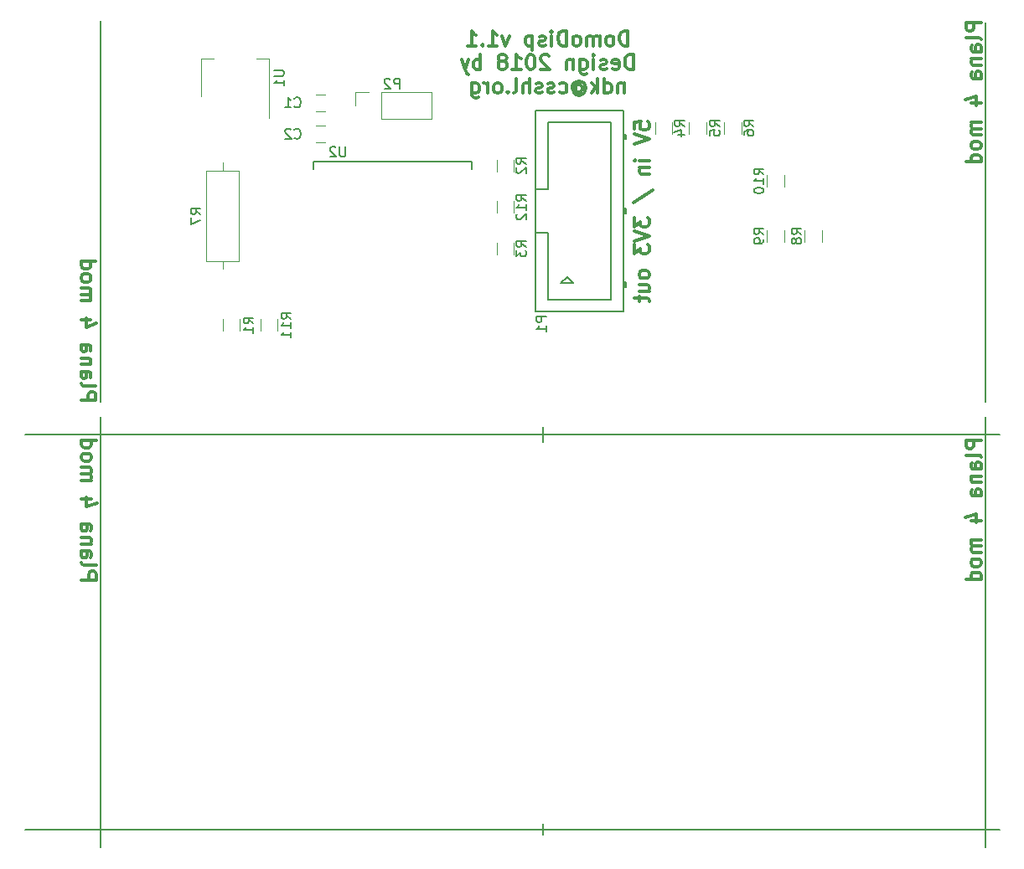
<source format=gbo>
G04 #@! TF.FileFunction,Legend,Bot*
%FSLAX46Y46*%
G04 Gerber Fmt 4.6, Leading zero omitted, Abs format (unit mm)*
G04 Created by KiCad (PCBNEW 4.0.2+dfsg1-stable) date lun 08 gen 2018 09:22:36 CET*
%MOMM*%
G01*
G04 APERTURE LIST*
%ADD10C,0.100000*%
%ADD11C,0.300000*%
%ADD12C,0.150000*%
%ADD13C,0.152400*%
%ADD14C,0.120000*%
G04 APERTURE END LIST*
D10*
D11*
X79433029Y-108076914D02*
X80933029Y-108076914D01*
X80933029Y-107505486D01*
X80861600Y-107362628D01*
X80790171Y-107291200D01*
X80647314Y-107219771D01*
X80433029Y-107219771D01*
X80290171Y-107291200D01*
X80218743Y-107362628D01*
X80147314Y-107505486D01*
X80147314Y-108076914D01*
X79433029Y-106362628D02*
X79504457Y-106505486D01*
X79647314Y-106576914D01*
X80933029Y-106576914D01*
X79433029Y-105148343D02*
X80218743Y-105148343D01*
X80361600Y-105219772D01*
X80433029Y-105362629D01*
X80433029Y-105648343D01*
X80361600Y-105791200D01*
X79504457Y-105148343D02*
X79433029Y-105291200D01*
X79433029Y-105648343D01*
X79504457Y-105791200D01*
X79647314Y-105862629D01*
X79790171Y-105862629D01*
X79933029Y-105791200D01*
X80004457Y-105648343D01*
X80004457Y-105291200D01*
X80075886Y-105148343D01*
X80433029Y-104434057D02*
X79433029Y-104434057D01*
X80290171Y-104434057D02*
X80361600Y-104362629D01*
X80433029Y-104219771D01*
X80433029Y-104005486D01*
X80361600Y-103862629D01*
X80218743Y-103791200D01*
X79433029Y-103791200D01*
X79433029Y-102434057D02*
X80218743Y-102434057D01*
X80361600Y-102505486D01*
X80433029Y-102648343D01*
X80433029Y-102934057D01*
X80361600Y-103076914D01*
X79504457Y-102434057D02*
X79433029Y-102576914D01*
X79433029Y-102934057D01*
X79504457Y-103076914D01*
X79647314Y-103148343D01*
X79790171Y-103148343D01*
X79933029Y-103076914D01*
X80004457Y-102934057D01*
X80004457Y-102576914D01*
X80075886Y-102434057D01*
X80433029Y-99934057D02*
X79433029Y-99934057D01*
X81004457Y-100291200D02*
X79933029Y-100648343D01*
X79933029Y-99719771D01*
X79433029Y-98005486D02*
X80433029Y-98005486D01*
X80290171Y-98005486D02*
X80361600Y-97934058D01*
X80433029Y-97791200D01*
X80433029Y-97576915D01*
X80361600Y-97434058D01*
X80218743Y-97362629D01*
X79433029Y-97362629D01*
X80218743Y-97362629D02*
X80361600Y-97291200D01*
X80433029Y-97148343D01*
X80433029Y-96934058D01*
X80361600Y-96791200D01*
X80218743Y-96719772D01*
X79433029Y-96719772D01*
X79433029Y-95791200D02*
X79504457Y-95934058D01*
X79575886Y-96005486D01*
X79718743Y-96076915D01*
X80147314Y-96076915D01*
X80290171Y-96005486D01*
X80361600Y-95934058D01*
X80433029Y-95791200D01*
X80433029Y-95576915D01*
X80361600Y-95434058D01*
X80290171Y-95362629D01*
X80147314Y-95291200D01*
X79718743Y-95291200D01*
X79575886Y-95362629D01*
X79504457Y-95434058D01*
X79433029Y-95576915D01*
X79433029Y-95791200D01*
X79433029Y-94005486D02*
X80933029Y-94005486D01*
X79504457Y-94005486D02*
X79433029Y-94148343D01*
X79433029Y-94434057D01*
X79504457Y-94576915D01*
X79575886Y-94648343D01*
X79718743Y-94719772D01*
X80147314Y-94719772D01*
X80290171Y-94648343D01*
X80361600Y-94576915D01*
X80433029Y-94434057D01*
X80433029Y-94148343D01*
X80361600Y-94005486D01*
X170350571Y-69875486D02*
X168850571Y-69875486D01*
X168850571Y-70446914D01*
X168922000Y-70589772D01*
X168993429Y-70661200D01*
X169136286Y-70732629D01*
X169350571Y-70732629D01*
X169493429Y-70661200D01*
X169564857Y-70589772D01*
X169636286Y-70446914D01*
X169636286Y-69875486D01*
X170350571Y-71589772D02*
X170279143Y-71446914D01*
X170136286Y-71375486D01*
X168850571Y-71375486D01*
X170350571Y-72804057D02*
X169564857Y-72804057D01*
X169422000Y-72732628D01*
X169350571Y-72589771D01*
X169350571Y-72304057D01*
X169422000Y-72161200D01*
X170279143Y-72804057D02*
X170350571Y-72661200D01*
X170350571Y-72304057D01*
X170279143Y-72161200D01*
X170136286Y-72089771D01*
X169993429Y-72089771D01*
X169850571Y-72161200D01*
X169779143Y-72304057D01*
X169779143Y-72661200D01*
X169707714Y-72804057D01*
X169350571Y-73518343D02*
X170350571Y-73518343D01*
X169493429Y-73518343D02*
X169422000Y-73589771D01*
X169350571Y-73732629D01*
X169350571Y-73946914D01*
X169422000Y-74089771D01*
X169564857Y-74161200D01*
X170350571Y-74161200D01*
X170350571Y-75518343D02*
X169564857Y-75518343D01*
X169422000Y-75446914D01*
X169350571Y-75304057D01*
X169350571Y-75018343D01*
X169422000Y-74875486D01*
X170279143Y-75518343D02*
X170350571Y-75375486D01*
X170350571Y-75018343D01*
X170279143Y-74875486D01*
X170136286Y-74804057D01*
X169993429Y-74804057D01*
X169850571Y-74875486D01*
X169779143Y-75018343D01*
X169779143Y-75375486D01*
X169707714Y-75518343D01*
X169350571Y-78018343D02*
X170350571Y-78018343D01*
X168779143Y-77661200D02*
X169850571Y-77304057D01*
X169850571Y-78232629D01*
X170350571Y-79946914D02*
X169350571Y-79946914D01*
X169493429Y-79946914D02*
X169422000Y-80018342D01*
X169350571Y-80161200D01*
X169350571Y-80375485D01*
X169422000Y-80518342D01*
X169564857Y-80589771D01*
X170350571Y-80589771D01*
X169564857Y-80589771D02*
X169422000Y-80661200D01*
X169350571Y-80804057D01*
X169350571Y-81018342D01*
X169422000Y-81161200D01*
X169564857Y-81232628D01*
X170350571Y-81232628D01*
X170350571Y-82161200D02*
X170279143Y-82018342D01*
X170207714Y-81946914D01*
X170064857Y-81875485D01*
X169636286Y-81875485D01*
X169493429Y-81946914D01*
X169422000Y-82018342D01*
X169350571Y-82161200D01*
X169350571Y-82375485D01*
X169422000Y-82518342D01*
X169493429Y-82589771D01*
X169636286Y-82661200D01*
X170064857Y-82661200D01*
X170207714Y-82589771D01*
X170279143Y-82518342D01*
X170350571Y-82375485D01*
X170350571Y-82161200D01*
X170350571Y-83946914D02*
X168850571Y-83946914D01*
X170279143Y-83946914D02*
X170350571Y-83804057D01*
X170350571Y-83518343D01*
X170279143Y-83375485D01*
X170207714Y-83304057D01*
X170064857Y-83232628D01*
X169636286Y-83232628D01*
X169493429Y-83304057D01*
X169422000Y-83375485D01*
X169350571Y-83518343D01*
X169350571Y-83804057D01*
X169422000Y-83946914D01*
D12*
X73787000Y-151511000D02*
X172212000Y-151511000D01*
X172212000Y-111506000D02*
X73787000Y-111506000D01*
X170815000Y-108204000D02*
X170815000Y-69850000D01*
X81407000Y-108204000D02*
X81407000Y-69723000D01*
D11*
X79483829Y-126212514D02*
X80983829Y-126212514D01*
X80983829Y-125641086D01*
X80912400Y-125498228D01*
X80840971Y-125426800D01*
X80698114Y-125355371D01*
X80483829Y-125355371D01*
X80340971Y-125426800D01*
X80269543Y-125498228D01*
X80198114Y-125641086D01*
X80198114Y-126212514D01*
X79483829Y-124498228D02*
X79555257Y-124641086D01*
X79698114Y-124712514D01*
X80983829Y-124712514D01*
X79483829Y-123283943D02*
X80269543Y-123283943D01*
X80412400Y-123355372D01*
X80483829Y-123498229D01*
X80483829Y-123783943D01*
X80412400Y-123926800D01*
X79555257Y-123283943D02*
X79483829Y-123426800D01*
X79483829Y-123783943D01*
X79555257Y-123926800D01*
X79698114Y-123998229D01*
X79840971Y-123998229D01*
X79983829Y-123926800D01*
X80055257Y-123783943D01*
X80055257Y-123426800D01*
X80126686Y-123283943D01*
X80483829Y-122569657D02*
X79483829Y-122569657D01*
X80340971Y-122569657D02*
X80412400Y-122498229D01*
X80483829Y-122355371D01*
X80483829Y-122141086D01*
X80412400Y-121998229D01*
X80269543Y-121926800D01*
X79483829Y-121926800D01*
X79483829Y-120569657D02*
X80269543Y-120569657D01*
X80412400Y-120641086D01*
X80483829Y-120783943D01*
X80483829Y-121069657D01*
X80412400Y-121212514D01*
X79555257Y-120569657D02*
X79483829Y-120712514D01*
X79483829Y-121069657D01*
X79555257Y-121212514D01*
X79698114Y-121283943D01*
X79840971Y-121283943D01*
X79983829Y-121212514D01*
X80055257Y-121069657D01*
X80055257Y-120712514D01*
X80126686Y-120569657D01*
X80483829Y-118069657D02*
X79483829Y-118069657D01*
X81055257Y-118426800D02*
X79983829Y-118783943D01*
X79983829Y-117855371D01*
X79483829Y-116141086D02*
X80483829Y-116141086D01*
X80340971Y-116141086D02*
X80412400Y-116069658D01*
X80483829Y-115926800D01*
X80483829Y-115712515D01*
X80412400Y-115569658D01*
X80269543Y-115498229D01*
X79483829Y-115498229D01*
X80269543Y-115498229D02*
X80412400Y-115426800D01*
X80483829Y-115283943D01*
X80483829Y-115069658D01*
X80412400Y-114926800D01*
X80269543Y-114855372D01*
X79483829Y-114855372D01*
X79483829Y-113926800D02*
X79555257Y-114069658D01*
X79626686Y-114141086D01*
X79769543Y-114212515D01*
X80198114Y-114212515D01*
X80340971Y-114141086D01*
X80412400Y-114069658D01*
X80483829Y-113926800D01*
X80483829Y-113712515D01*
X80412400Y-113569658D01*
X80340971Y-113498229D01*
X80198114Y-113426800D01*
X79769543Y-113426800D01*
X79626686Y-113498229D01*
X79555257Y-113569658D01*
X79483829Y-113712515D01*
X79483829Y-113926800D01*
X79483829Y-112141086D02*
X80983829Y-112141086D01*
X79555257Y-112141086D02*
X79483829Y-112283943D01*
X79483829Y-112569657D01*
X79555257Y-112712515D01*
X79626686Y-112783943D01*
X79769543Y-112855372D01*
X80198114Y-112855372D01*
X80340971Y-112783943D01*
X80412400Y-112712515D01*
X80483829Y-112569657D01*
X80483829Y-112283943D01*
X80412400Y-112141086D01*
X170350571Y-112090286D02*
X168850571Y-112090286D01*
X168850571Y-112661714D01*
X168922000Y-112804572D01*
X168993429Y-112876000D01*
X169136286Y-112947429D01*
X169350571Y-112947429D01*
X169493429Y-112876000D01*
X169564857Y-112804572D01*
X169636286Y-112661714D01*
X169636286Y-112090286D01*
X170350571Y-113804572D02*
X170279143Y-113661714D01*
X170136286Y-113590286D01*
X168850571Y-113590286D01*
X170350571Y-115018857D02*
X169564857Y-115018857D01*
X169422000Y-114947428D01*
X169350571Y-114804571D01*
X169350571Y-114518857D01*
X169422000Y-114376000D01*
X170279143Y-115018857D02*
X170350571Y-114876000D01*
X170350571Y-114518857D01*
X170279143Y-114376000D01*
X170136286Y-114304571D01*
X169993429Y-114304571D01*
X169850571Y-114376000D01*
X169779143Y-114518857D01*
X169779143Y-114876000D01*
X169707714Y-115018857D01*
X169350571Y-115733143D02*
X170350571Y-115733143D01*
X169493429Y-115733143D02*
X169422000Y-115804571D01*
X169350571Y-115947429D01*
X169350571Y-116161714D01*
X169422000Y-116304571D01*
X169564857Y-116376000D01*
X170350571Y-116376000D01*
X170350571Y-117733143D02*
X169564857Y-117733143D01*
X169422000Y-117661714D01*
X169350571Y-117518857D01*
X169350571Y-117233143D01*
X169422000Y-117090286D01*
X170279143Y-117733143D02*
X170350571Y-117590286D01*
X170350571Y-117233143D01*
X170279143Y-117090286D01*
X170136286Y-117018857D01*
X169993429Y-117018857D01*
X169850571Y-117090286D01*
X169779143Y-117233143D01*
X169779143Y-117590286D01*
X169707714Y-117733143D01*
X169350571Y-120233143D02*
X170350571Y-120233143D01*
X168779143Y-119876000D02*
X169850571Y-119518857D01*
X169850571Y-120447429D01*
X170350571Y-122161714D02*
X169350571Y-122161714D01*
X169493429Y-122161714D02*
X169422000Y-122233142D01*
X169350571Y-122376000D01*
X169350571Y-122590285D01*
X169422000Y-122733142D01*
X169564857Y-122804571D01*
X170350571Y-122804571D01*
X169564857Y-122804571D02*
X169422000Y-122876000D01*
X169350571Y-123018857D01*
X169350571Y-123233142D01*
X169422000Y-123376000D01*
X169564857Y-123447428D01*
X170350571Y-123447428D01*
X170350571Y-124376000D02*
X170279143Y-124233142D01*
X170207714Y-124161714D01*
X170064857Y-124090285D01*
X169636286Y-124090285D01*
X169493429Y-124161714D01*
X169422000Y-124233142D01*
X169350571Y-124376000D01*
X169350571Y-124590285D01*
X169422000Y-124733142D01*
X169493429Y-124804571D01*
X169636286Y-124876000D01*
X170064857Y-124876000D01*
X170207714Y-124804571D01*
X170279143Y-124733142D01*
X170350571Y-124590285D01*
X170350571Y-124376000D01*
X170350571Y-126161714D02*
X168850571Y-126161714D01*
X170279143Y-126161714D02*
X170350571Y-126018857D01*
X170350571Y-125733143D01*
X170279143Y-125590285D01*
X170207714Y-125518857D01*
X170064857Y-125447428D01*
X169636286Y-125447428D01*
X169493429Y-125518857D01*
X169422000Y-125590285D01*
X169350571Y-125733143D01*
X169350571Y-126018857D01*
X169422000Y-126161714D01*
D12*
X170815000Y-153289000D02*
X170815000Y-109728000D01*
X81407000Y-153289000D02*
X81407000Y-109728000D01*
X126111000Y-110744000D02*
X126111000Y-112268000D01*
X126111000Y-150876000D02*
X126111000Y-152019000D01*
D11*
X135322571Y-80650001D02*
X135322571Y-79935715D01*
X136036857Y-79864286D01*
X135965429Y-79935715D01*
X135894000Y-80078572D01*
X135894000Y-80435715D01*
X135965429Y-80578572D01*
X136036857Y-80650001D01*
X136179714Y-80721429D01*
X136536857Y-80721429D01*
X136679714Y-80650001D01*
X136751143Y-80578572D01*
X136822571Y-80435715D01*
X136822571Y-80078572D01*
X136751143Y-79935715D01*
X136679714Y-79864286D01*
X135322571Y-81150000D02*
X136822571Y-81650000D01*
X135322571Y-82150000D01*
X136822571Y-83792857D02*
X135822571Y-83792857D01*
X135322571Y-83792857D02*
X135394000Y-83721428D01*
X135465429Y-83792857D01*
X135394000Y-83864285D01*
X135322571Y-83792857D01*
X135465429Y-83792857D01*
X135822571Y-84507143D02*
X136822571Y-84507143D01*
X135965429Y-84507143D02*
X135894000Y-84578571D01*
X135822571Y-84721429D01*
X135822571Y-84935714D01*
X135894000Y-85078571D01*
X136036857Y-85150000D01*
X136822571Y-85150000D01*
X135251143Y-88078571D02*
X137179714Y-86792857D01*
X135322571Y-89578572D02*
X135322571Y-90507143D01*
X135894000Y-90007143D01*
X135894000Y-90221429D01*
X135965429Y-90364286D01*
X136036857Y-90435715D01*
X136179714Y-90507143D01*
X136536857Y-90507143D01*
X136679714Y-90435715D01*
X136751143Y-90364286D01*
X136822571Y-90221429D01*
X136822571Y-89792857D01*
X136751143Y-89650000D01*
X136679714Y-89578572D01*
X135322571Y-90935714D02*
X136822571Y-91435714D01*
X135322571Y-91935714D01*
X135322571Y-92292857D02*
X135322571Y-93221428D01*
X135894000Y-92721428D01*
X135894000Y-92935714D01*
X135965429Y-93078571D01*
X136036857Y-93150000D01*
X136179714Y-93221428D01*
X136536857Y-93221428D01*
X136679714Y-93150000D01*
X136751143Y-93078571D01*
X136822571Y-92935714D01*
X136822571Y-92507142D01*
X136751143Y-92364285D01*
X136679714Y-92292857D01*
X136822571Y-95221428D02*
X136751143Y-95078570D01*
X136679714Y-95007142D01*
X136536857Y-94935713D01*
X136108286Y-94935713D01*
X135965429Y-95007142D01*
X135894000Y-95078570D01*
X135822571Y-95221428D01*
X135822571Y-95435713D01*
X135894000Y-95578570D01*
X135965429Y-95649999D01*
X136108286Y-95721428D01*
X136536857Y-95721428D01*
X136679714Y-95649999D01*
X136751143Y-95578570D01*
X136822571Y-95435713D01*
X136822571Y-95221428D01*
X135822571Y-97007142D02*
X136822571Y-97007142D01*
X135822571Y-96364285D02*
X136608286Y-96364285D01*
X136751143Y-96435713D01*
X136822571Y-96578571D01*
X136822571Y-96792856D01*
X136751143Y-96935713D01*
X136679714Y-97007142D01*
X135822571Y-97507142D02*
X135822571Y-98078571D01*
X135322571Y-97721428D02*
X136608286Y-97721428D01*
X136751143Y-97792856D01*
X136822571Y-97935714D01*
X136822571Y-98078571D01*
X134690428Y-72192571D02*
X134690428Y-70692571D01*
X134333285Y-70692571D01*
X134119000Y-70764000D01*
X133976142Y-70906857D01*
X133904714Y-71049714D01*
X133833285Y-71335429D01*
X133833285Y-71549714D01*
X133904714Y-71835429D01*
X133976142Y-71978286D01*
X134119000Y-72121143D01*
X134333285Y-72192571D01*
X134690428Y-72192571D01*
X132976142Y-72192571D02*
X133119000Y-72121143D01*
X133190428Y-72049714D01*
X133261857Y-71906857D01*
X133261857Y-71478286D01*
X133190428Y-71335429D01*
X133119000Y-71264000D01*
X132976142Y-71192571D01*
X132761857Y-71192571D01*
X132619000Y-71264000D01*
X132547571Y-71335429D01*
X132476142Y-71478286D01*
X132476142Y-71906857D01*
X132547571Y-72049714D01*
X132619000Y-72121143D01*
X132761857Y-72192571D01*
X132976142Y-72192571D01*
X131833285Y-72192571D02*
X131833285Y-71192571D01*
X131833285Y-71335429D02*
X131761857Y-71264000D01*
X131618999Y-71192571D01*
X131404714Y-71192571D01*
X131261857Y-71264000D01*
X131190428Y-71406857D01*
X131190428Y-72192571D01*
X131190428Y-71406857D02*
X131118999Y-71264000D01*
X130976142Y-71192571D01*
X130761857Y-71192571D01*
X130618999Y-71264000D01*
X130547571Y-71406857D01*
X130547571Y-72192571D01*
X129618999Y-72192571D02*
X129761857Y-72121143D01*
X129833285Y-72049714D01*
X129904714Y-71906857D01*
X129904714Y-71478286D01*
X129833285Y-71335429D01*
X129761857Y-71264000D01*
X129618999Y-71192571D01*
X129404714Y-71192571D01*
X129261857Y-71264000D01*
X129190428Y-71335429D01*
X129118999Y-71478286D01*
X129118999Y-71906857D01*
X129190428Y-72049714D01*
X129261857Y-72121143D01*
X129404714Y-72192571D01*
X129618999Y-72192571D01*
X128476142Y-72192571D02*
X128476142Y-70692571D01*
X128118999Y-70692571D01*
X127904714Y-70764000D01*
X127761856Y-70906857D01*
X127690428Y-71049714D01*
X127618999Y-71335429D01*
X127618999Y-71549714D01*
X127690428Y-71835429D01*
X127761856Y-71978286D01*
X127904714Y-72121143D01*
X128118999Y-72192571D01*
X128476142Y-72192571D01*
X126976142Y-72192571D02*
X126976142Y-71192571D01*
X126976142Y-70692571D02*
X127047571Y-70764000D01*
X126976142Y-70835429D01*
X126904714Y-70764000D01*
X126976142Y-70692571D01*
X126976142Y-70835429D01*
X126333285Y-72121143D02*
X126190428Y-72192571D01*
X125904713Y-72192571D01*
X125761856Y-72121143D01*
X125690428Y-71978286D01*
X125690428Y-71906857D01*
X125761856Y-71764000D01*
X125904713Y-71692571D01*
X126118999Y-71692571D01*
X126261856Y-71621143D01*
X126333285Y-71478286D01*
X126333285Y-71406857D01*
X126261856Y-71264000D01*
X126118999Y-71192571D01*
X125904713Y-71192571D01*
X125761856Y-71264000D01*
X125047570Y-71192571D02*
X125047570Y-72692571D01*
X125047570Y-71264000D02*
X124904713Y-71192571D01*
X124618999Y-71192571D01*
X124476142Y-71264000D01*
X124404713Y-71335429D01*
X124333284Y-71478286D01*
X124333284Y-71906857D01*
X124404713Y-72049714D01*
X124476142Y-72121143D01*
X124618999Y-72192571D01*
X124904713Y-72192571D01*
X125047570Y-72121143D01*
X122690427Y-71192571D02*
X122333284Y-72192571D01*
X121976142Y-71192571D01*
X120618999Y-72192571D02*
X121476142Y-72192571D01*
X121047570Y-72192571D02*
X121047570Y-70692571D01*
X121190427Y-70906857D01*
X121333285Y-71049714D01*
X121476142Y-71121143D01*
X119976142Y-72049714D02*
X119904714Y-72121143D01*
X119976142Y-72192571D01*
X120047571Y-72121143D01*
X119976142Y-72049714D01*
X119976142Y-72192571D01*
X118476142Y-72192571D02*
X119333285Y-72192571D01*
X118904713Y-72192571D02*
X118904713Y-70692571D01*
X119047570Y-70906857D01*
X119190428Y-71049714D01*
X119333285Y-71121143D01*
X135226142Y-74592571D02*
X135226142Y-73092571D01*
X134868999Y-73092571D01*
X134654714Y-73164000D01*
X134511856Y-73306857D01*
X134440428Y-73449714D01*
X134368999Y-73735429D01*
X134368999Y-73949714D01*
X134440428Y-74235429D01*
X134511856Y-74378286D01*
X134654714Y-74521143D01*
X134868999Y-74592571D01*
X135226142Y-74592571D01*
X133154714Y-74521143D02*
X133297571Y-74592571D01*
X133583285Y-74592571D01*
X133726142Y-74521143D01*
X133797571Y-74378286D01*
X133797571Y-73806857D01*
X133726142Y-73664000D01*
X133583285Y-73592571D01*
X133297571Y-73592571D01*
X133154714Y-73664000D01*
X133083285Y-73806857D01*
X133083285Y-73949714D01*
X133797571Y-74092571D01*
X132511857Y-74521143D02*
X132369000Y-74592571D01*
X132083285Y-74592571D01*
X131940428Y-74521143D01*
X131869000Y-74378286D01*
X131869000Y-74306857D01*
X131940428Y-74164000D01*
X132083285Y-74092571D01*
X132297571Y-74092571D01*
X132440428Y-74021143D01*
X132511857Y-73878286D01*
X132511857Y-73806857D01*
X132440428Y-73664000D01*
X132297571Y-73592571D01*
X132083285Y-73592571D01*
X131940428Y-73664000D01*
X131226142Y-74592571D02*
X131226142Y-73592571D01*
X131226142Y-73092571D02*
X131297571Y-73164000D01*
X131226142Y-73235429D01*
X131154714Y-73164000D01*
X131226142Y-73092571D01*
X131226142Y-73235429D01*
X129868999Y-73592571D02*
X129868999Y-74806857D01*
X129940428Y-74949714D01*
X130011856Y-75021143D01*
X130154713Y-75092571D01*
X130368999Y-75092571D01*
X130511856Y-75021143D01*
X129868999Y-74521143D02*
X130011856Y-74592571D01*
X130297570Y-74592571D01*
X130440428Y-74521143D01*
X130511856Y-74449714D01*
X130583285Y-74306857D01*
X130583285Y-73878286D01*
X130511856Y-73735429D01*
X130440428Y-73664000D01*
X130297570Y-73592571D01*
X130011856Y-73592571D01*
X129868999Y-73664000D01*
X129154713Y-73592571D02*
X129154713Y-74592571D01*
X129154713Y-73735429D02*
X129083285Y-73664000D01*
X128940427Y-73592571D01*
X128726142Y-73592571D01*
X128583285Y-73664000D01*
X128511856Y-73806857D01*
X128511856Y-74592571D01*
X126726142Y-73235429D02*
X126654713Y-73164000D01*
X126511856Y-73092571D01*
X126154713Y-73092571D01*
X126011856Y-73164000D01*
X125940427Y-73235429D01*
X125868999Y-73378286D01*
X125868999Y-73521143D01*
X125940427Y-73735429D01*
X126797570Y-74592571D01*
X125868999Y-74592571D01*
X124940428Y-73092571D02*
X124797571Y-73092571D01*
X124654714Y-73164000D01*
X124583285Y-73235429D01*
X124511856Y-73378286D01*
X124440428Y-73664000D01*
X124440428Y-74021143D01*
X124511856Y-74306857D01*
X124583285Y-74449714D01*
X124654714Y-74521143D01*
X124797571Y-74592571D01*
X124940428Y-74592571D01*
X125083285Y-74521143D01*
X125154714Y-74449714D01*
X125226142Y-74306857D01*
X125297571Y-74021143D01*
X125297571Y-73664000D01*
X125226142Y-73378286D01*
X125154714Y-73235429D01*
X125083285Y-73164000D01*
X124940428Y-73092571D01*
X123011857Y-74592571D02*
X123869000Y-74592571D01*
X123440428Y-74592571D02*
X123440428Y-73092571D01*
X123583285Y-73306857D01*
X123726143Y-73449714D01*
X123869000Y-73521143D01*
X122154714Y-73735429D02*
X122297572Y-73664000D01*
X122369000Y-73592571D01*
X122440429Y-73449714D01*
X122440429Y-73378286D01*
X122369000Y-73235429D01*
X122297572Y-73164000D01*
X122154714Y-73092571D01*
X121869000Y-73092571D01*
X121726143Y-73164000D01*
X121654714Y-73235429D01*
X121583286Y-73378286D01*
X121583286Y-73449714D01*
X121654714Y-73592571D01*
X121726143Y-73664000D01*
X121869000Y-73735429D01*
X122154714Y-73735429D01*
X122297572Y-73806857D01*
X122369000Y-73878286D01*
X122440429Y-74021143D01*
X122440429Y-74306857D01*
X122369000Y-74449714D01*
X122297572Y-74521143D01*
X122154714Y-74592571D01*
X121869000Y-74592571D01*
X121726143Y-74521143D01*
X121654714Y-74449714D01*
X121583286Y-74306857D01*
X121583286Y-74021143D01*
X121654714Y-73878286D01*
X121726143Y-73806857D01*
X121869000Y-73735429D01*
X119797572Y-74592571D02*
X119797572Y-73092571D01*
X119797572Y-73664000D02*
X119654715Y-73592571D01*
X119369001Y-73592571D01*
X119226144Y-73664000D01*
X119154715Y-73735429D01*
X119083286Y-73878286D01*
X119083286Y-74306857D01*
X119154715Y-74449714D01*
X119226144Y-74521143D01*
X119369001Y-74592571D01*
X119654715Y-74592571D01*
X119797572Y-74521143D01*
X118583286Y-73592571D02*
X118226143Y-74592571D01*
X117869001Y-73592571D02*
X118226143Y-74592571D01*
X118369001Y-74949714D01*
X118440429Y-75021143D01*
X118583286Y-75092571D01*
X134297571Y-75992571D02*
X134297571Y-76992571D01*
X134297571Y-76135429D02*
X134226143Y-76064000D01*
X134083285Y-75992571D01*
X133869000Y-75992571D01*
X133726143Y-76064000D01*
X133654714Y-76206857D01*
X133654714Y-76992571D01*
X132297571Y-76992571D02*
X132297571Y-75492571D01*
X132297571Y-76921143D02*
X132440428Y-76992571D01*
X132726142Y-76992571D01*
X132869000Y-76921143D01*
X132940428Y-76849714D01*
X133011857Y-76706857D01*
X133011857Y-76278286D01*
X132940428Y-76135429D01*
X132869000Y-76064000D01*
X132726142Y-75992571D01*
X132440428Y-75992571D01*
X132297571Y-76064000D01*
X131583285Y-76992571D02*
X131583285Y-75492571D01*
X131440428Y-76421143D02*
X131011857Y-76992571D01*
X131011857Y-75992571D02*
X131583285Y-76564000D01*
X129440428Y-76278286D02*
X129511856Y-76206857D01*
X129654713Y-76135429D01*
X129797571Y-76135429D01*
X129940428Y-76206857D01*
X130011856Y-76278286D01*
X130083285Y-76421143D01*
X130083285Y-76564000D01*
X130011856Y-76706857D01*
X129940428Y-76778286D01*
X129797571Y-76849714D01*
X129654713Y-76849714D01*
X129511856Y-76778286D01*
X129440428Y-76706857D01*
X129440428Y-76135429D02*
X129440428Y-76706857D01*
X129368999Y-76778286D01*
X129297571Y-76778286D01*
X129154713Y-76706857D01*
X129083285Y-76564000D01*
X129083285Y-76206857D01*
X129226142Y-75992571D01*
X129440428Y-75849714D01*
X129726142Y-75778286D01*
X130011856Y-75849714D01*
X130226142Y-75992571D01*
X130368999Y-76206857D01*
X130440428Y-76492571D01*
X130368999Y-76778286D01*
X130226142Y-76992571D01*
X130011856Y-77135429D01*
X129726142Y-77206857D01*
X129440428Y-77135429D01*
X129226142Y-76992571D01*
X127797571Y-76921143D02*
X127940428Y-76992571D01*
X128226142Y-76992571D01*
X128369000Y-76921143D01*
X128440428Y-76849714D01*
X128511857Y-76706857D01*
X128511857Y-76278286D01*
X128440428Y-76135429D01*
X128369000Y-76064000D01*
X128226142Y-75992571D01*
X127940428Y-75992571D01*
X127797571Y-76064000D01*
X127226143Y-76921143D02*
X127083286Y-76992571D01*
X126797571Y-76992571D01*
X126654714Y-76921143D01*
X126583286Y-76778286D01*
X126583286Y-76706857D01*
X126654714Y-76564000D01*
X126797571Y-76492571D01*
X127011857Y-76492571D01*
X127154714Y-76421143D01*
X127226143Y-76278286D01*
X127226143Y-76206857D01*
X127154714Y-76064000D01*
X127011857Y-75992571D01*
X126797571Y-75992571D01*
X126654714Y-76064000D01*
X126011857Y-76921143D02*
X125869000Y-76992571D01*
X125583285Y-76992571D01*
X125440428Y-76921143D01*
X125369000Y-76778286D01*
X125369000Y-76706857D01*
X125440428Y-76564000D01*
X125583285Y-76492571D01*
X125797571Y-76492571D01*
X125940428Y-76421143D01*
X126011857Y-76278286D01*
X126011857Y-76206857D01*
X125940428Y-76064000D01*
X125797571Y-75992571D01*
X125583285Y-75992571D01*
X125440428Y-76064000D01*
X124726142Y-76992571D02*
X124726142Y-75492571D01*
X124083285Y-76992571D02*
X124083285Y-76206857D01*
X124154714Y-76064000D01*
X124297571Y-75992571D01*
X124511856Y-75992571D01*
X124654714Y-76064000D01*
X124726142Y-76135429D01*
X123154713Y-76992571D02*
X123297571Y-76921143D01*
X123368999Y-76778286D01*
X123368999Y-75492571D01*
X122583285Y-76849714D02*
X122511857Y-76921143D01*
X122583285Y-76992571D01*
X122654714Y-76921143D01*
X122583285Y-76849714D01*
X122583285Y-76992571D01*
X121654713Y-76992571D02*
X121797571Y-76921143D01*
X121868999Y-76849714D01*
X121940428Y-76706857D01*
X121940428Y-76278286D01*
X121868999Y-76135429D01*
X121797571Y-76064000D01*
X121654713Y-75992571D01*
X121440428Y-75992571D01*
X121297571Y-76064000D01*
X121226142Y-76135429D01*
X121154713Y-76278286D01*
X121154713Y-76706857D01*
X121226142Y-76849714D01*
X121297571Y-76921143D01*
X121440428Y-76992571D01*
X121654713Y-76992571D01*
X120511856Y-76992571D02*
X120511856Y-75992571D01*
X120511856Y-76278286D02*
X120440428Y-76135429D01*
X120368999Y-76064000D01*
X120226142Y-75992571D01*
X120083285Y-75992571D01*
X118940428Y-75992571D02*
X118940428Y-77206857D01*
X119011857Y-77349714D01*
X119083285Y-77421143D01*
X119226142Y-77492571D01*
X119440428Y-77492571D01*
X119583285Y-77421143D01*
X118940428Y-76921143D02*
X119083285Y-76992571D01*
X119368999Y-76992571D01*
X119511857Y-76921143D01*
X119583285Y-76849714D01*
X119654714Y-76706857D01*
X119654714Y-76278286D01*
X119583285Y-76135429D01*
X119511857Y-76064000D01*
X119368999Y-75992571D01*
X119083285Y-75992571D01*
X118940428Y-76064000D01*
D13*
X102870000Y-84709000D02*
X102870000Y-83947000D01*
X102870000Y-83947000D02*
X118872000Y-83947000D01*
X118872000Y-83947000D02*
X118872000Y-84709000D01*
D14*
X103132000Y-77128000D02*
X104132000Y-77128000D01*
X104132000Y-78828000D02*
X103132000Y-78828000D01*
X103132000Y-80303000D02*
X104132000Y-80303000D01*
X104132000Y-82003000D02*
X103132000Y-82003000D01*
D12*
X125324000Y-99050000D02*
X134264000Y-99050000D01*
X134264000Y-99050000D02*
X134264000Y-78750000D01*
X134264000Y-78750000D02*
X125324000Y-78750000D01*
X125324000Y-78750000D02*
X125324000Y-99050000D01*
X125324000Y-91125000D02*
X126624000Y-91125000D01*
X126624000Y-91125000D02*
X126624000Y-97850000D01*
X126624000Y-97850000D02*
X132964000Y-97850000D01*
X132964000Y-97850000D02*
X132964000Y-79950000D01*
X132964000Y-79950000D02*
X126624000Y-79950000D01*
X126624000Y-79950000D02*
X126624000Y-86675000D01*
X126624000Y-86675000D02*
X125324000Y-86675000D01*
X134264000Y-89150000D02*
X134464000Y-89150000D01*
X134464000Y-89150000D02*
X134464000Y-88650000D01*
X134464000Y-88650000D02*
X134264000Y-88650000D01*
X134364000Y-89150000D02*
X134364000Y-88650000D01*
X134264000Y-81670000D02*
X134464000Y-81670000D01*
X134464000Y-81670000D02*
X134464000Y-81170000D01*
X134464000Y-81170000D02*
X134264000Y-81170000D01*
X134364000Y-81670000D02*
X134364000Y-81170000D01*
X134264000Y-96630000D02*
X134464000Y-96630000D01*
X134464000Y-96630000D02*
X134464000Y-96130000D01*
X134464000Y-96130000D02*
X134264000Y-96130000D01*
X134364000Y-96630000D02*
X134364000Y-96130000D01*
X127924000Y-96180000D02*
X129124000Y-96180000D01*
X129124000Y-96180000D02*
X128524000Y-95580000D01*
X128524000Y-95580000D02*
X127924000Y-96180000D01*
D14*
X123181000Y-93310000D02*
X123181000Y-92110000D01*
X121421000Y-92110000D02*
X121421000Y-93310000D01*
X137423000Y-79918000D02*
X137423000Y-81118000D01*
X139183000Y-81118000D02*
X139183000Y-79918000D01*
X142612000Y-81118000D02*
X142612000Y-79918000D01*
X140852000Y-79918000D02*
X140852000Y-81118000D01*
X144408000Y-79918000D02*
X144408000Y-81118000D01*
X146168000Y-81118000D02*
X146168000Y-79918000D01*
X154296000Y-92040000D02*
X154296000Y-90840000D01*
X152536000Y-90840000D02*
X152536000Y-92040000D01*
X150486000Y-92040000D02*
X150486000Y-90840000D01*
X148726000Y-90840000D02*
X148726000Y-92040000D01*
X150486000Y-86452000D02*
X150486000Y-85252000D01*
X148726000Y-85252000D02*
X148726000Y-86452000D01*
X91586000Y-73528000D02*
X92846000Y-73528000D01*
X98406000Y-73528000D02*
X97146000Y-73528000D01*
X91586000Y-77288000D02*
X91586000Y-73528000D01*
X98406000Y-79538000D02*
X98406000Y-73528000D01*
X92066000Y-84848000D02*
X95386000Y-84848000D01*
X95386000Y-84848000D02*
X95386000Y-93968000D01*
X95386000Y-93968000D02*
X92066000Y-93968000D01*
X92066000Y-93968000D02*
X92066000Y-84848000D01*
X93726000Y-84038000D02*
X93726000Y-84848000D01*
X93726000Y-94778000D02*
X93726000Y-93968000D01*
X114868000Y-76902000D02*
X114868000Y-79562000D01*
X109728000Y-76902000D02*
X114868000Y-76902000D01*
X109728000Y-79562000D02*
X114868000Y-79562000D01*
X109728000Y-76902000D02*
X109728000Y-79562000D01*
X108458000Y-76902000D02*
X107128000Y-76902000D01*
X107128000Y-76902000D02*
X107128000Y-78232000D01*
X97545000Y-99857000D02*
X97545000Y-101057000D01*
X99305000Y-101057000D02*
X99305000Y-99857000D01*
X93735000Y-99857000D02*
X93735000Y-101057000D01*
X95495000Y-101057000D02*
X95495000Y-99857000D01*
X121421000Y-83728000D02*
X121421000Y-84928000D01*
X123181000Y-84928000D02*
X123181000Y-83728000D01*
X123181000Y-89119000D02*
X123181000Y-87919000D01*
X121421000Y-87919000D02*
X121421000Y-89119000D01*
D12*
X106147905Y-82420381D02*
X106147905Y-83229905D01*
X106100286Y-83325143D01*
X106052667Y-83372762D01*
X105957429Y-83420381D01*
X105766952Y-83420381D01*
X105671714Y-83372762D01*
X105624095Y-83325143D01*
X105576476Y-83229905D01*
X105576476Y-82420381D01*
X105147905Y-82515619D02*
X105100286Y-82468000D01*
X105005048Y-82420381D01*
X104766952Y-82420381D01*
X104671714Y-82468000D01*
X104624095Y-82515619D01*
X104576476Y-82610857D01*
X104576476Y-82706095D01*
X104624095Y-82848952D01*
X105195524Y-83420381D01*
X104576476Y-83420381D01*
X101004666Y-78335143D02*
X101052285Y-78382762D01*
X101195142Y-78430381D01*
X101290380Y-78430381D01*
X101433238Y-78382762D01*
X101528476Y-78287524D01*
X101576095Y-78192286D01*
X101623714Y-78001810D01*
X101623714Y-77858952D01*
X101576095Y-77668476D01*
X101528476Y-77573238D01*
X101433238Y-77478000D01*
X101290380Y-77430381D01*
X101195142Y-77430381D01*
X101052285Y-77478000D01*
X101004666Y-77525619D01*
X100052285Y-78430381D02*
X100623714Y-78430381D01*
X100338000Y-78430381D02*
X100338000Y-77430381D01*
X100433238Y-77573238D01*
X100528476Y-77668476D01*
X100623714Y-77716095D01*
X101004666Y-81510143D02*
X101052285Y-81557762D01*
X101195142Y-81605381D01*
X101290380Y-81605381D01*
X101433238Y-81557762D01*
X101528476Y-81462524D01*
X101576095Y-81367286D01*
X101623714Y-81176810D01*
X101623714Y-81033952D01*
X101576095Y-80843476D01*
X101528476Y-80748238D01*
X101433238Y-80653000D01*
X101290380Y-80605381D01*
X101195142Y-80605381D01*
X101052285Y-80653000D01*
X101004666Y-80700619D01*
X100623714Y-80700619D02*
X100576095Y-80653000D01*
X100480857Y-80605381D01*
X100242761Y-80605381D01*
X100147523Y-80653000D01*
X100099904Y-80700619D01*
X100052285Y-80795857D01*
X100052285Y-80891095D01*
X100099904Y-81033952D01*
X100671333Y-81605381D01*
X100052285Y-81605381D01*
X126436381Y-99591905D02*
X125436381Y-99591905D01*
X125436381Y-99972858D01*
X125484000Y-100068096D01*
X125531619Y-100115715D01*
X125626857Y-100163334D01*
X125769714Y-100163334D01*
X125864952Y-100115715D01*
X125912571Y-100068096D01*
X125960190Y-99972858D01*
X125960190Y-99591905D01*
X126436381Y-101115715D02*
X126436381Y-100544286D01*
X126436381Y-100830000D02*
X125436381Y-100830000D01*
X125579238Y-100734762D01*
X125674476Y-100639524D01*
X125722095Y-100544286D01*
X124404381Y-92543334D02*
X123928190Y-92210000D01*
X124404381Y-91971905D02*
X123404381Y-91971905D01*
X123404381Y-92352858D01*
X123452000Y-92448096D01*
X123499619Y-92495715D01*
X123594857Y-92543334D01*
X123737714Y-92543334D01*
X123832952Y-92495715D01*
X123880571Y-92448096D01*
X123928190Y-92352858D01*
X123928190Y-91971905D01*
X123404381Y-92876667D02*
X123404381Y-93495715D01*
X123785333Y-93162381D01*
X123785333Y-93305239D01*
X123832952Y-93400477D01*
X123880571Y-93448096D01*
X123975810Y-93495715D01*
X124213905Y-93495715D01*
X124309143Y-93448096D01*
X124356762Y-93400477D01*
X124404381Y-93305239D01*
X124404381Y-93019524D01*
X124356762Y-92924286D01*
X124309143Y-92876667D01*
X140405381Y-80351334D02*
X139929190Y-80018000D01*
X140405381Y-79779905D02*
X139405381Y-79779905D01*
X139405381Y-80160858D01*
X139453000Y-80256096D01*
X139500619Y-80303715D01*
X139595857Y-80351334D01*
X139738714Y-80351334D01*
X139833952Y-80303715D01*
X139881571Y-80256096D01*
X139929190Y-80160858D01*
X139929190Y-79779905D01*
X139738714Y-81208477D02*
X140405381Y-81208477D01*
X139357762Y-80970381D02*
X140072048Y-80732286D01*
X140072048Y-81351334D01*
X143962381Y-80351334D02*
X143486190Y-80018000D01*
X143962381Y-79779905D02*
X142962381Y-79779905D01*
X142962381Y-80160858D01*
X143010000Y-80256096D01*
X143057619Y-80303715D01*
X143152857Y-80351334D01*
X143295714Y-80351334D01*
X143390952Y-80303715D01*
X143438571Y-80256096D01*
X143486190Y-80160858D01*
X143486190Y-79779905D01*
X142962381Y-81256096D02*
X142962381Y-80779905D01*
X143438571Y-80732286D01*
X143390952Y-80779905D01*
X143343333Y-80875143D01*
X143343333Y-81113239D01*
X143390952Y-81208477D01*
X143438571Y-81256096D01*
X143533810Y-81303715D01*
X143771905Y-81303715D01*
X143867143Y-81256096D01*
X143914762Y-81208477D01*
X143962381Y-81113239D01*
X143962381Y-80875143D01*
X143914762Y-80779905D01*
X143867143Y-80732286D01*
X147390381Y-80351334D02*
X146914190Y-80018000D01*
X147390381Y-79779905D02*
X146390381Y-79779905D01*
X146390381Y-80160858D01*
X146438000Y-80256096D01*
X146485619Y-80303715D01*
X146580857Y-80351334D01*
X146723714Y-80351334D01*
X146818952Y-80303715D01*
X146866571Y-80256096D01*
X146914190Y-80160858D01*
X146914190Y-79779905D01*
X146390381Y-81208477D02*
X146390381Y-81018000D01*
X146438000Y-80922762D01*
X146485619Y-80875143D01*
X146628476Y-80779905D01*
X146818952Y-80732286D01*
X147199905Y-80732286D01*
X147295143Y-80779905D01*
X147342762Y-80827524D01*
X147390381Y-80922762D01*
X147390381Y-81113239D01*
X147342762Y-81208477D01*
X147295143Y-81256096D01*
X147199905Y-81303715D01*
X146961810Y-81303715D01*
X146866571Y-81256096D01*
X146818952Y-81208477D01*
X146771333Y-81113239D01*
X146771333Y-80922762D01*
X146818952Y-80827524D01*
X146866571Y-80779905D01*
X146961810Y-80732286D01*
X152218381Y-91273334D02*
X151742190Y-90940000D01*
X152218381Y-90701905D02*
X151218381Y-90701905D01*
X151218381Y-91082858D01*
X151266000Y-91178096D01*
X151313619Y-91225715D01*
X151408857Y-91273334D01*
X151551714Y-91273334D01*
X151646952Y-91225715D01*
X151694571Y-91178096D01*
X151742190Y-91082858D01*
X151742190Y-90701905D01*
X151646952Y-91844762D02*
X151599333Y-91749524D01*
X151551714Y-91701905D01*
X151456476Y-91654286D01*
X151408857Y-91654286D01*
X151313619Y-91701905D01*
X151266000Y-91749524D01*
X151218381Y-91844762D01*
X151218381Y-92035239D01*
X151266000Y-92130477D01*
X151313619Y-92178096D01*
X151408857Y-92225715D01*
X151456476Y-92225715D01*
X151551714Y-92178096D01*
X151599333Y-92130477D01*
X151646952Y-92035239D01*
X151646952Y-91844762D01*
X151694571Y-91749524D01*
X151742190Y-91701905D01*
X151837429Y-91654286D01*
X152027905Y-91654286D01*
X152123143Y-91701905D01*
X152170762Y-91749524D01*
X152218381Y-91844762D01*
X152218381Y-92035239D01*
X152170762Y-92130477D01*
X152123143Y-92178096D01*
X152027905Y-92225715D01*
X151837429Y-92225715D01*
X151742190Y-92178096D01*
X151694571Y-92130477D01*
X151646952Y-92035239D01*
X148408381Y-91273334D02*
X147932190Y-90940000D01*
X148408381Y-90701905D02*
X147408381Y-90701905D01*
X147408381Y-91082858D01*
X147456000Y-91178096D01*
X147503619Y-91225715D01*
X147598857Y-91273334D01*
X147741714Y-91273334D01*
X147836952Y-91225715D01*
X147884571Y-91178096D01*
X147932190Y-91082858D01*
X147932190Y-90701905D01*
X148408381Y-91749524D02*
X148408381Y-91940000D01*
X148360762Y-92035239D01*
X148313143Y-92082858D01*
X148170286Y-92178096D01*
X147979810Y-92225715D01*
X147598857Y-92225715D01*
X147503619Y-92178096D01*
X147456000Y-92130477D01*
X147408381Y-92035239D01*
X147408381Y-91844762D01*
X147456000Y-91749524D01*
X147503619Y-91701905D01*
X147598857Y-91654286D01*
X147836952Y-91654286D01*
X147932190Y-91701905D01*
X147979810Y-91749524D01*
X148027429Y-91844762D01*
X148027429Y-92035239D01*
X147979810Y-92130477D01*
X147932190Y-92178096D01*
X147836952Y-92225715D01*
X148408381Y-85209143D02*
X147932190Y-84875809D01*
X148408381Y-84637714D02*
X147408381Y-84637714D01*
X147408381Y-85018667D01*
X147456000Y-85113905D01*
X147503619Y-85161524D01*
X147598857Y-85209143D01*
X147741714Y-85209143D01*
X147836952Y-85161524D01*
X147884571Y-85113905D01*
X147932190Y-85018667D01*
X147932190Y-84637714D01*
X148408381Y-86161524D02*
X148408381Y-85590095D01*
X148408381Y-85875809D02*
X147408381Y-85875809D01*
X147551238Y-85780571D01*
X147646476Y-85685333D01*
X147694095Y-85590095D01*
X147408381Y-86780571D02*
X147408381Y-86875810D01*
X147456000Y-86971048D01*
X147503619Y-87018667D01*
X147598857Y-87066286D01*
X147789333Y-87113905D01*
X148027429Y-87113905D01*
X148217905Y-87066286D01*
X148313143Y-87018667D01*
X148360762Y-86971048D01*
X148408381Y-86875810D01*
X148408381Y-86780571D01*
X148360762Y-86685333D01*
X148313143Y-86637714D01*
X148217905Y-86590095D01*
X148027429Y-86542476D01*
X147789333Y-86542476D01*
X147598857Y-86590095D01*
X147503619Y-86637714D01*
X147456000Y-86685333D01*
X147408381Y-86780571D01*
X98948381Y-74676095D02*
X99757905Y-74676095D01*
X99853143Y-74723714D01*
X99900762Y-74771333D01*
X99948381Y-74866571D01*
X99948381Y-75057048D01*
X99900762Y-75152286D01*
X99853143Y-75199905D01*
X99757905Y-75247524D01*
X98948381Y-75247524D01*
X99948381Y-76247524D02*
X99948381Y-75676095D01*
X99948381Y-75961809D02*
X98948381Y-75961809D01*
X99091238Y-75866571D01*
X99186476Y-75771333D01*
X99234095Y-75676095D01*
X91518381Y-89241334D02*
X91042190Y-88908000D01*
X91518381Y-88669905D02*
X90518381Y-88669905D01*
X90518381Y-89050858D01*
X90566000Y-89146096D01*
X90613619Y-89193715D01*
X90708857Y-89241334D01*
X90851714Y-89241334D01*
X90946952Y-89193715D01*
X90994571Y-89146096D01*
X91042190Y-89050858D01*
X91042190Y-88669905D01*
X90518381Y-89574667D02*
X90518381Y-90241334D01*
X91518381Y-89812762D01*
X111609095Y-76525381D02*
X111609095Y-75525381D01*
X111228142Y-75525381D01*
X111132904Y-75573000D01*
X111085285Y-75620619D01*
X111037666Y-75715857D01*
X111037666Y-75858714D01*
X111085285Y-75953952D01*
X111132904Y-76001571D01*
X111228142Y-76049190D01*
X111609095Y-76049190D01*
X110656714Y-75620619D02*
X110609095Y-75573000D01*
X110513857Y-75525381D01*
X110275761Y-75525381D01*
X110180523Y-75573000D01*
X110132904Y-75620619D01*
X110085285Y-75715857D01*
X110085285Y-75811095D01*
X110132904Y-75953952D01*
X110704333Y-76525381D01*
X110085285Y-76525381D01*
X100655381Y-99814143D02*
X100179190Y-99480809D01*
X100655381Y-99242714D02*
X99655381Y-99242714D01*
X99655381Y-99623667D01*
X99703000Y-99718905D01*
X99750619Y-99766524D01*
X99845857Y-99814143D01*
X99988714Y-99814143D01*
X100083952Y-99766524D01*
X100131571Y-99718905D01*
X100179190Y-99623667D01*
X100179190Y-99242714D01*
X100655381Y-100766524D02*
X100655381Y-100195095D01*
X100655381Y-100480809D02*
X99655381Y-100480809D01*
X99798238Y-100385571D01*
X99893476Y-100290333D01*
X99941095Y-100195095D01*
X100655381Y-101718905D02*
X100655381Y-101147476D01*
X100655381Y-101433190D02*
X99655381Y-101433190D01*
X99798238Y-101337952D01*
X99893476Y-101242714D01*
X99941095Y-101147476D01*
X96845381Y-100290334D02*
X96369190Y-99957000D01*
X96845381Y-99718905D02*
X95845381Y-99718905D01*
X95845381Y-100099858D01*
X95893000Y-100195096D01*
X95940619Y-100242715D01*
X96035857Y-100290334D01*
X96178714Y-100290334D01*
X96273952Y-100242715D01*
X96321571Y-100195096D01*
X96369190Y-100099858D01*
X96369190Y-99718905D01*
X96845381Y-101242715D02*
X96845381Y-100671286D01*
X96845381Y-100957000D02*
X95845381Y-100957000D01*
X95988238Y-100861762D01*
X96083476Y-100766524D01*
X96131095Y-100671286D01*
X124378981Y-84135934D02*
X123902790Y-83802600D01*
X124378981Y-83564505D02*
X123378981Y-83564505D01*
X123378981Y-83945458D01*
X123426600Y-84040696D01*
X123474219Y-84088315D01*
X123569457Y-84135934D01*
X123712314Y-84135934D01*
X123807552Y-84088315D01*
X123855171Y-84040696D01*
X123902790Y-83945458D01*
X123902790Y-83564505D01*
X123474219Y-84516886D02*
X123426600Y-84564505D01*
X123378981Y-84659743D01*
X123378981Y-84897839D01*
X123426600Y-84993077D01*
X123474219Y-85040696D01*
X123569457Y-85088315D01*
X123664695Y-85088315D01*
X123807552Y-85040696D01*
X124378981Y-84469267D01*
X124378981Y-85088315D01*
X124404381Y-87876143D02*
X123928190Y-87542809D01*
X124404381Y-87304714D02*
X123404381Y-87304714D01*
X123404381Y-87685667D01*
X123452000Y-87780905D01*
X123499619Y-87828524D01*
X123594857Y-87876143D01*
X123737714Y-87876143D01*
X123832952Y-87828524D01*
X123880571Y-87780905D01*
X123928190Y-87685667D01*
X123928190Y-87304714D01*
X124404381Y-88828524D02*
X124404381Y-88257095D01*
X124404381Y-88542809D02*
X123404381Y-88542809D01*
X123547238Y-88447571D01*
X123642476Y-88352333D01*
X123690095Y-88257095D01*
X123499619Y-89209476D02*
X123452000Y-89257095D01*
X123404381Y-89352333D01*
X123404381Y-89590429D01*
X123452000Y-89685667D01*
X123499619Y-89733286D01*
X123594857Y-89780905D01*
X123690095Y-89780905D01*
X123832952Y-89733286D01*
X124404381Y-89161857D01*
X124404381Y-89780905D01*
M02*

</source>
